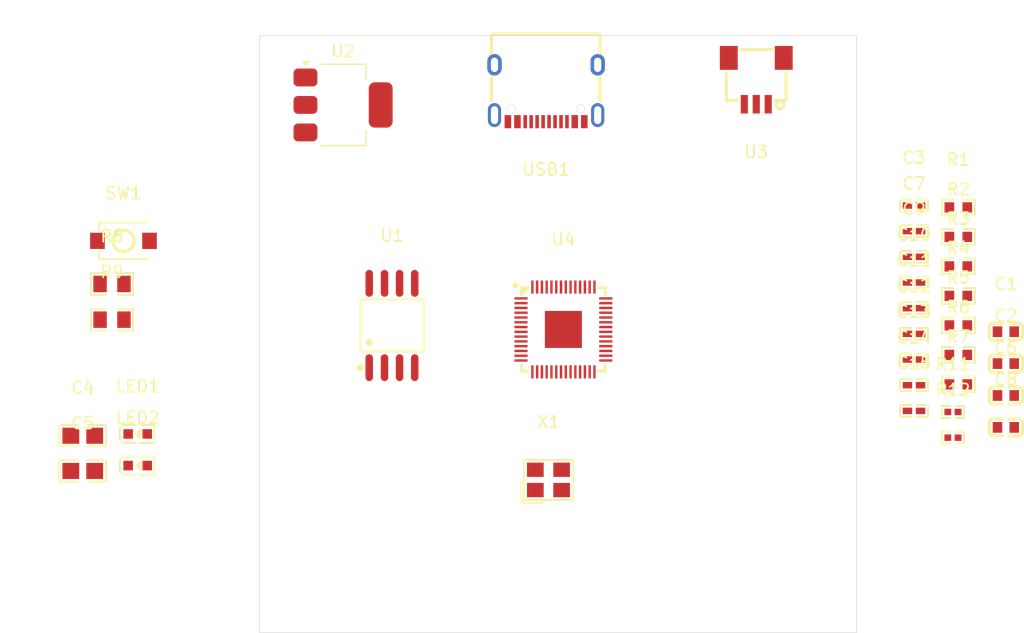
<source format=kicad_pcb>
(kicad_pcb (version 20240108) (generator "pcbnew") (generator_version "8.0")
  (layers (0 "F.Cu" signal) (31 "B.Cu" signal) (34 "B.Paste" user) (35 "F.Paste" user) (36 "B.SilkS" user "B.Silkscreen") (37 "F.SilkS" user "F.Silkscreen") (38 "B.Mask" user) (39 "F.Mask" user) (44 "Edge.Cuts" user))
  (net 0 "")
  (net 1 "+3V3")
  (net 2 "VBUS")
  (net 3 "GND")
  (net 5 "/QSPI_SS")
  (net 9 "/QSPI_SD1")
  (net 10 "Net-(U4-USB_DP)")
  (net 13 "/XIN")
  (net 14 "/QSPI_SD3")
  (net 17 "+1V1")
  (net 20 "Net-(U4-SWD)")
  (net 25 "/LED2")
  (net 29 "/QSPI_SD2")
  (net 33 "Net-(U4-USB_DM)")
  (net 34 "Net-(U4-SWCLK)")
  (net 35 "/QSPI_SD0")
  (net 37 "/QSPI_SCLK")
  (net 44 "/XOUT")
  (net 46 "/LED1")
  (net 48 "/USB_D+")
  (net 49 "/USB_D-")
  (net 50 "Net-(USB1-CC1)")
  (net 51 "Net-(USB1-CC2)")
  (net 53 "Net-(X1-OSC1)")
  (net 54 "Net-(LED1-A)")
  (net 55 "Net-(LED2-A)")
  (net 56 "Net-(R1-Pad1)")
  (net 57 "Net-(R6-Pad1)")
  (net 58 "Net-(R7-Pad1)")
  (footprint "project_lib:SW-SMD_L3.9-W3.0-P4.45" (layer "F.Cu") (at 88.61 67.18)
    (property "Reference" "SW1" (at 0 -4 0) (layer "F.SilkS"))
    (property "Value" "TS-1088-AR02016")
    (fp_line (start -2.03 -1.54) (end -2.03 -0.88) (stroke (width 0.15)) (layer "F.SilkS"))
    (fp_line (start -2.03 1.54) (end -2.03 0.88) (stroke (width 0.15)) (layer "F.SilkS"))
    (fp_line (start 2.03 -1.54) (end -2.03 -1.54) (stroke (width 0.15)) (layer "F.SilkS"))
    (fp_line (start 2.03 1.54) (end -2.03 1.54) (stroke (width 0.15)) (layer "F.SilkS"))
    (fp_circle (center 0 0) (end 0.9 0) (stroke (width 0.25)) (fill none) (layer "F.SilkS"))
    (pad "1" smd rect (at -2.18 0) (size 1.23 1.36) (layers "F.Cu" "F.Paste" "F.Mask") (net 3 "GND"))
    (pad "2" smd rect (at 2.18 0) (size 1.23 1.36) (layers "F.Cu" "F.Paste" "F.Mask") (net 56 "Net-(R1-Pad1)"))
  )
  (footprint "project_lib:LED0603-RD" (layer "F.Cu") (at 89.8 83.35)
    (property "Reference" "LED1" (at 0 -4 0) (layer "F.SilkS"))
    (property "Value" "KT-0603R")
    (fp_line (start -1.49 -0.45) (end -1.19 -0.75) (stroke (width 0.15)) (layer "F.SilkS"))
    (fp_line (start -1.49 -0.35) (end -1.49 -0.45) (stroke (width 0.15)) (layer "F.SilkS"))
    (fp_line (start -1.49 -0.35) (end -1.49 0.35) (stroke (width 0.15)) (layer "F.SilkS"))
    (fp_line (start -1.49 0.35) (end -1.49 0.45) (stroke (width 0.15)) (layer "F.SilkS"))
    (fp_line (start -1.49 0.45) (end -1.19 0.75) (stroke (width 0.15)) (layer "F.SilkS"))
    (fp_line (start -0.14 -0.75) (end -1.19 -0.75) (stroke (width 0.15)) (layer "F.SilkS"))
    (fp_line (start -0.14 0.75) (end -1.19 0.75) (stroke (width 0.15)) (layer "F.SilkS"))
    (fp_line (start 0.21 0.33) (end -0.12 0) (stroke (width 0.15)) (layer "F.SilkS"))
    (fp_line (start 0.22 -0.35) (end 0.22 -0.34) (stroke (width 0.15)) (layer "F.SilkS"))
    (fp_line (start 0.22 -0.35) (end 0.22 0.33) (stroke (width 0.15)) (layer "F.SilkS"))
    (fp_line (start 0.22 -0.34) (end -0.12 0) (stroke (width 0.15)) (layer "F.SilkS"))
    (fp_line (start 0.22 0) (end -0.12 0) (stroke (width 0.15)) (layer "F.SilkS"))
    (fp_line (start 0.22 0.33) (end 0.21 0.33) (stroke (width 0.15)) (layer "F.SilkS"))
    (fp_line (start 0.24 -0.75) (end 1.39 -0.75) (stroke (width 0.15)) (layer "F.SilkS"))
    (fp_line (start 0.24 0.75) (end 1.39 0.75) (stroke (width 0.15)) (layer "F.SilkS"))
    (fp_line (start 1.39 -0.75) (end 1.39 0.73) (stroke (width 0.15)) (layer "F.SilkS"))
    (pad "1" smd rect (at -0.8 0 90) (size 0.8 0.8) (layers "F.Cu" "F.Paste" "F.Mask") (net 3 "GND"))
    (pad "2" smd rect (at 0.8 0 90) (size 0.8 0.8) (layers "F.Cu" "F.Paste" "F.Mask") (net 54 "Net-(LED1-A)"))
  )
  (footprint "project_lib:C0603" (layer "F.Cu") (at 162.5 74.79)
    (property "Reference" "C1" (at 0 -4 0) (layer "F.SilkS"))
    (property "Value" "15p")
    (fp_line (start -1.39 0.4) (end -1.39 -0.4) (stroke (width 0.25)) (layer "F.SilkS"))
    (fp_line (start -0.28 -0.71) (end -1.08 -0.71) (stroke (width 0.25)) (layer "F.SilkS"))
    (fp_line (start -0.28 0.71) (end -1.08 0.71) (stroke (width 0.25)) (layer "F.SilkS"))
    (fp_line (start 0.28 -0.71) (end 1.08 -0.71) (stroke (width 0.25)) (layer "F.SilkS"))
    (fp_line (start 0.28 0.71) (end 1.08 0.71) (stroke (width 0.25)) (layer "F.SilkS"))
    (fp_line (start 1.39 -0.4) (end 1.39 0.4) (stroke (width 0.25)) (layer "F.SilkS"))
    (fp_arc (start -1.39 -0.4) (mid -1.299203 -0.619203) (end -1.08 -0.71) (stroke (width 0.25)) (layer "F.SilkS"))
    (fp_arc (start -1.08 0.71) (mid -1.299203 0.619203) (end -1.39 0.4) (stroke (width 0.25)) (layer "F.SilkS"))
    (fp_arc (start 1.08 -0.71) (mid 1.299203 -0.619203) (end 1.39 -0.4) (stroke (width 0.25)) (layer "F.SilkS"))
    (fp_arc (start 1.39 0.4) (mid 1.299203 0.619203) (end 1.08 0.71) (stroke (width 0.25)) (layer "F.SilkS"))
    (pad "1" smd rect (at -0.7 0) (size 0.8 0.9) (layers "F.Cu" "F.Paste" "F.Mask") (net 3 "GND"))
    (pad "2" smd rect (at 0.7 0) (size 0.8 0.9) (layers "F.Cu" "F.Paste" "F.Mask") (net 53 "Net-(X1-OSC1)"))
  )
  (footprint "project_lib:C0402" (layer "F.Cu") (at 154.81 77.12)
    (property "Reference" "C13" (at 0 -4 0) (layer "F.SilkS"))
    (property "Value" "100n")
    (fp_line (start -1.17 0.35) (end -1.17 -0.35) (stroke (width 0.15)) (layer "F.SilkS"))
    (fp_line (start -1.02 -0.5) (end -0.23 -0.5) (stroke (width 0.15)) (layer "F.SilkS"))
    (fp_line (start -0.23 0.5) (end -1.02 0.5) (stroke (width 0.15)) (layer "F.SilkS"))
    (fp_line (start 0.23 0.5) (end 1.02 0.5) (stroke (width 0.15)) (layer "F.SilkS"))
    (fp_line (start 1.02 -0.5) (end 0.23 -0.5) (stroke (width 0.15)) (layer "F.SilkS"))
    (fp_line (start 1.17 0.35) (end 1.17 -0.35) (stroke (width 0.15)) (layer "F.SilkS"))
    (fp_arc (start -1.17 -0.35) (mid -1.126066 -0.456066) (end -1.02 -0.5) (stroke (width 0.15)) (layer "F.SilkS"))
    (fp_arc (start -1.02 0.5) (mid -1.126066 0.456066) (end -1.17 0.35) (stroke (width 0.15)) (layer "F.SilkS"))
    (fp_arc (start 1.02 -0.5) (mid 1.126066 -0.456066) (end 1.17 -0.35) (stroke (width 0.15)) (layer "F.SilkS"))
    (fp_arc (start 1.17 0.35) (mid 1.126066 0.456066) (end 1.02 0.5) (stroke (width 0.15)) (layer "F.SilkS"))
    (pad "1" smd rect (at -0.55 0) (size 0.79 0.54) (layers "F.Cu" "F.Paste" "F.Mask") (net 3 "GND"))
    (pad "2" smd rect (at 0.55 0) (size 0.79 0.54) (layers "F.Cu" "F.Paste" "F.Mask") (net 1 "+3V3"))
  )
  (footprint "project_lib:C0402" (layer "F.Cu") (at 154.81 68.52)
    (property "Reference" "C9" (at 0 -4 0) (layer "F.SilkS"))
    (property "Value" "100n")
    (fp_line (start -1.17 0.35) (end -1.17 -0.35) (stroke (width 0.15)) (layer "F.SilkS"))
    (fp_line (start -1.02 -0.5) (end -0.23 -0.5) (stroke (width 0.15)) (layer "F.SilkS"))
    (fp_line (start -0.23 0.5) (end -1.02 0.5) (stroke (width 0.15)) (layer "F.SilkS"))
    (fp_line (start 0.23 0.5) (end 1.02 0.5) (stroke (width 0.15)) (layer "F.SilkS"))
    (fp_line (start 1.02 -0.5) (end 0.23 -0.5) (stroke (width 0.15)) (layer "F.SilkS"))
    (fp_line (start 1.17 0.35) (end 1.17 -0.35) (stroke (width 0.15)) (layer "F.SilkS"))
    (fp_arc (start -1.17 -0.35) (mid -1.126066 -0.456066) (end -1.02 -0.5) (stroke (width 0.15)) (layer "F.SilkS"))
    (fp_arc (start -1.02 0.5) (mid -1.126066 0.456066) (end -1.17 0.35) (stroke (width 0.15)) (layer "F.SilkS"))
    (fp_arc (start 1.02 -0.5) (mid 1.126066 -0.456066) (end 1.17 -0.35) (stroke (width 0.15)) (layer "F.SilkS"))
    (fp_arc (start 1.17 0.35) (mid 1.126066 0.456066) (end 1.02 0.5) (stroke (width 0.15)) (layer "F.SilkS"))
    (pad "1" smd rect (at -0.55 0) (size 0.79 0.54) (layers "F.Cu" "F.Paste" "F.Mask") (net 3 "GND"))
    (pad "2" smd rect (at 0.55 0) (size 0.79 0.54) (layers "F.Cu" "F.Paste" "F.Mask") (net 1 "+3V3"))
  )
  (footprint "project_lib:R0805" (layer "F.Cu") (at 87.65 73.78)
    (property "Reference" "R9" (at 0 -4 0) (layer "F.SilkS"))
    (property "Value" "27")
    (fp_line (start -1.76 -0.92) (end -0.48 -0.92) (stroke (width 0.15)) (layer "F.SilkS"))
    (fp_line (start -1.76 0.92) (end -1.76 -0.92) (stroke (width 0.15)) (layer "F.SilkS"))
    (fp_line (start -0.48 0.92) (end -1.76 0.92) (stroke (width 0.15)) (layer "F.SilkS"))
    (fp_line (start 0.48 0.92) (end 1.76 0.92) (stroke (width 0.15)) (layer "F.SilkS"))
    (fp_line (start 1.76 -0.92) (end 0.48 -0.92) (stroke (width 0.15)) (layer "F.SilkS"))
    (fp_line (start 1.76 0.92) (end 1.76 -0.92) (stroke (width 0.15)) (layer "F.SilkS"))
    (pad "1" smd rect (at -1 0) (size 1.13 1.38) (layers "F.Cu" "F.Paste" "F.Mask") (net 33 "Net-(U4-USB_DM)"))
    (pad "2" smd rect (at 1 0) (size 1.13 1.38) (layers "F.Cu" "F.Paste" "F.Mask") (net 49 "/USB_D-"))
  )
  (footprint "project_lib:R0603" (layer "F.Cu") (at 158.52 64.38)
    (property "Reference" "R1" (at 0 -4 0) (layer "F.SilkS"))
    (property "Value" "1k")
    (fp_line (start -1.39 -0.66) (end -0.43 -0.66) (stroke (width 0.15)) (layer "F.SilkS"))
    (fp_line (start -1.39 0.66) (end -1.39 -0.66) (stroke (width 0.15)) (layer "F.SilkS"))
    (fp_line (start -0.43 0.66) (end -1.39 0.66) (stroke (width 0.15)) (layer "F.SilkS"))
    (fp_line (start 0.43 0.66) (end 1.39 0.66) (stroke (width 0.15)) (layer "F.SilkS"))
    (fp_line (start 1.39 -0.66) (end 0.43 -0.66) (stroke (width 0.15)) (layer "F.SilkS"))
    (fp_line (start 1.39 0.66) (end 1.39 -0.66) (stroke (width 0.15)) (layer "F.SilkS"))
    (pad "1" smd rect (at -0.75 0) (size 0.81 0.86) (layers "F.Cu" "F.Paste" "F.Mask") (net 56 "Net-(R1-Pad1)"))
    (pad "2" smd rect (at 0.75 0) (size 0.81 0.86) (layers "F.Cu" "F.Paste" "F.Mask") (net 5 "/QSPI_SS"))
  )
  (footprint "project_lib:R0603" (layer "F.Cu") (at 158.52 76.73)
    (property "Reference" "R6" (at 0 -4 0) (layer "F.SilkS"))
    (property "Value" "100")
    (fp_line (start -1.39 -0.66) (end -0.43 -0.66) (stroke (width 0.15)) (layer "F.SilkS"))
    (fp_line (start -1.39 0.66) (end -1.39 -0.66) (stroke (width 0.15)) (layer "F.SilkS"))
    (fp_line (start -0.43 0.66) (end -1.39 0.66) (stroke (width 0.15)) (layer "F.SilkS"))
    (fp_line (start 0.43 0.66) (end 1.39 0.66) (stroke (width 0.15)) (layer "F.SilkS"))
    (fp_line (start 1.39 -0.66) (end 0.43 -0.66) (stroke (width 0.15)) (layer "F.SilkS"))
    (fp_line (start 1.39 0.66) (end 1.39 -0.66) (stroke (width 0.15)) (layer "F.SilkS"))
    (pad "1" smd rect (at -0.75 0) (size 0.81 0.86) (layers "F.Cu" "F.Paste" "F.Mask") (net 57 "Net-(R6-Pad1)"))
    (pad "2" smd rect (at 0.75 0) (size 0.81 0.86) (layers "F.Cu" "F.Paste" "F.Mask") (net 34 "Net-(U4-SWCLK)"))
  )
  (footprint "project_lib:R0603" (layer "F.Cu") (at 158.52 79.2)
    (property "Reference" "R7" (at 0 -4 0) (layer "F.SilkS"))
    (property "Value" "100")
    (fp_line (start -1.39 -0.66) (end -0.43 -0.66) (stroke (width 0.15)) (layer "F.SilkS"))
    (fp_line (start -1.39 0.66) (end -1.39 -0.66) (stroke (width 0.15)) (layer "F.SilkS"))
    (fp_line (start -0.43 0.66) (end -1.39 0.66) (stroke (width 0.15)) (layer "F.SilkS"))
    (fp_line (start 0.43 0.66) (end 1.39 0.66) (stroke (width 0.15)) (layer "F.SilkS"))
    (fp_line (start 1.39 -0.66) (end 0.43 -0.66) (stroke (width 0.15)) (layer "F.SilkS"))
    (fp_line (start 1.39 0.66) (end 1.39 -0.66) (stroke (width 0.15)) (layer "F.SilkS"))
    (pad "1" smd rect (at -0.75 0) (size 0.81 0.86) (layers "F.Cu" "F.Paste" "F.Mask") (net 58 "Net-(R7-Pad1)"))
    (pad "2" smd rect (at 0.75 0) (size 0.81 0.86) (layers "F.Cu" "F.Paste" "F.Mask") (net 20 "Net-(U4-SWD)"))
  )
  (footprint "project_lib:R0603" (layer "F.Cu") (at 158.52 69.32)
    (property "Reference" "R3" (at 0 -4 0) (layer "F.SilkS"))
    (property "Value" "1k")
    (fp_line (start -1.39 -0.66) (end -0.43 -0.66) (stroke (width 0.15)) (layer "F.SilkS"))
    (fp_line (start -1.39 0.66) (end -1.39 -0.66) (stroke (width 0.15)) (layer "F.SilkS"))
    (fp_line (start -0.43 0.66) (end -1.39 0.66) (stroke (width 0.15)) (layer "F.SilkS"))
    (fp_line (start 0.43 0.66) (end 1.39 0.66) (stroke (width 0.15)) (layer "F.SilkS"))
    (fp_line (start 1.39 -0.66) (end 0.43 -0.66) (stroke (width 0.15)) (layer "F.SilkS"))
    (fp_line (start 1.39 0.66) (end 1.39 -0.66) (stroke (width 0.15)) (layer "F.SilkS"))
    (pad "1" smd rect (at -0.75 0) (size 0.81 0.86) (layers "F.Cu" "F.Paste" "F.Mask") (net 5 "/QSPI_SS"))
    (pad "2" smd rect (at 0.75 0) (size 0.81 0.86) (layers "F.Cu" "F.Paste" "F.Mask") (net 1 "+3V3"))
  )
  (footprint "project_lib:C0805" (layer "F.Cu") (at 85.2 83.5)
    (property "Reference" "C4" (at 0 -4 0) (layer "F.SilkS"))
    (property "Value" "10u")
    (fp_line (start -1.96 0.75) (end -1.96 -0.75) (stroke (width 0.15)) (layer "F.SilkS"))
    (fp_line (start -1.81 -0.9) (end -0.4 -0.9) (stroke (width 0.15)) (layer "F.SilkS"))
    (fp_line (start -0.4 0.9) (end -1.81 0.9) (stroke (width 0.15)) (layer "F.SilkS"))
    (fp_line (start 0.4 0.9) (end 1.81 0.9) (stroke (width 0.15)) (layer "F.SilkS"))
    (fp_line (start 1.81 -0.9) (end 0.4 -0.9) (stroke (width 0.15)) (layer "F.SilkS"))
    (fp_line (start 1.96 0.75) (end 1.96 -0.75) (stroke (width 0.15)) (layer "F.SilkS"))
    (fp_arc (start -1.96 -0.75) (mid -1.916066 -0.856066) (end -1.81 -0.9) (stroke (width 0.15)) (layer "F.SilkS"))
    (fp_arc (start -1.81 0.9) (mid -1.916066 0.856066) (end -1.96 0.75) (stroke (width 0.15)) (layer "F.SilkS"))
    (fp_arc (start 1.81 -0.9) (mid 1.916066 -0.856066) (end 1.96 -0.75) (stroke (width 0.15)) (layer "F.SilkS"))
    (fp_arc (start 1.96 0.75) (mid 1.916066 0.856066) (end 1.81 0.9) (stroke (width 0.15)) (layer "F.SilkS"))
    (pad "1" smd rect (at -1 0) (size 1.41 1.35) (layers "F.Cu" "F.Paste" "F.Mask") (net 3 "GND"))
    (pad "2" smd rect (at 1 0) (size 1.41 1.35) (layers "F.Cu" "F.Paste" "F.Mask") (net 1 "+3V3"))
  )
  (footprint "project_lib:C0603" (layer "F.Cu") (at 162.5 77.46)
    (property "Reference" "C2" (at 0 -4 0) (layer "F.SilkS"))
    (property "Value" "15p")
    (fp_line (start -1.39 0.4) (end -1.39 -0.4) (stroke (width 0.25)) (layer "F.SilkS"))
    (fp_line (start -0.28 -0.71) (end -1.08 -0.71) (stroke (width 0.25)) (layer "F.SilkS"))
    (fp_line (start -0.28 0.71) (end -1.08 0.71) (stroke (width 0.25)) (layer "F.SilkS"))
    (fp_line (start 0.28 -0.71) (end 1.08 -0.71) (stroke (width 0.25)) (layer "F.SilkS"))
    (fp_line (start 0.28 0.71) (end 1.08 0.71) (stroke (width 0.25)) (layer "F.SilkS"))
    (fp_line (start 1.39 -0.4) (end 1.39 0.4) (stroke (width 0.25)) (layer "F.SilkS"))
    (fp_arc (start -1.39 -0.4) (mid -1.299203 -0.619203) (end -1.08 -0.71) (stroke (width 0.25)) (layer "F.SilkS"))
    (fp_arc (start -1.08 0.71) (mid -1.299203 0.619203) (end -1.39 0.4) (stroke (width 0.25)) (layer "F.SilkS"))
    (fp_arc (start 1.08 -0.71) (mid 1.299203 -0.619203) (end 1.39 -0.4) (stroke (width 0.25)) (layer "F.SilkS"))
    (fp_arc (start 1.39 0.4) (mid 1.299203 0.619203) (end 1.08 0.71) (stroke (width 0.25)) (layer "F.SilkS"))
    (pad "1" smd rect (at -0.7 0) (size 0.8 0.9) (layers "F.Cu" "F.Paste" "F.Mask") (net 3 "GND"))
    (pad "2" smd rect (at 0.7 0) (size 0.8 0.9) (layers "F.Cu" "F.Paste" "F.Mask") (net 13 "/XIN"))
  )
  (footprint "project_lib:R0402" (layer "F.Cu") (at 158.07 83.66)
    (property "Reference" "R12" (at 0 -4 0) (layer "F.SilkS"))
    (property "Value" "470")
    (fp_line (start -0.94 -0.5) (end -0.23 -0.5) (stroke (width 0.15)) (layer "F.SilkS"))
    (fp_line (start -0.94 0.5) (end -0.94 -0.5) (stroke (width 0.15)) (layer "F.SilkS"))
    (fp_line (start -0.23 0.5) (end -0.94 0.5) (stroke (width 0.15)) (layer "F.SilkS"))
    (fp_line (start 0.23 0.5) (end 0.94 0.5) (stroke (width 0.15)) (layer "F.SilkS"))
    (fp_line (start 0.94 -0.5) (end 0.23 -0.5) (stroke (width 0.15)) (layer "F.SilkS"))
    (fp_line (start 0.94 0.5) (end 0.94 -0.5) (stroke (width 0.15)) (layer "F.SilkS"))
    (pad "1" smd rect (at -0.43 0) (size 0.57 0.54) (layers "F.Cu" "F.Paste" "F.Mask") (net 25 "/LED2"))
    (pad "2" smd rect (at 0.43 0) (size 0.57 0.54) (layers "F.Cu" "F.Paste" "F.Mask") (net 55 "Net-(LED2-A)"))
  )
  (footprint "project_lib:C0402" (layer "F.Cu") (at 154.81 81.42)
    (property "Reference" "C15" (at 0 -4 0) (layer "F.SilkS"))
    (property "Value" "100n")
    (fp_line (start -1.17 0.35) (end -1.17 -0.35) (stroke (width 0.15)) (layer "F.SilkS"))
    (fp_line (start -1.02 -0.5) (end -0.23 -0.5) (stroke (width 0.15)) (layer "F.SilkS"))
    (fp_line (start -0.23 0.5) (end -1.02 0.5) (stroke (width 0.15)) (layer "F.SilkS"))
    (fp_line (start 0.23 0.5) (end 1.02 0.5) (stroke (width 0.15)) (layer "F.SilkS"))
    (fp_line (start 1.02 -0.5) (end 0.23 -0.5) (stroke (width 0.15)) (layer "F.SilkS"))
    (fp_line (start 1.17 0.35) (end 1.17 -0.35) (stroke (width 0.15)) (layer "F.SilkS"))
    (fp_arc (start -1.17 -0.35) (mid -1.126066 -0.456066) (end -1.02 -0.5) (stroke (width 0.15)) (layer "F.SilkS"))
    (fp_arc (start -1.02 0.5) (mid -1.126066 0.456066) (end -1.17 0.35) (stroke (width 0.15)) (layer "F.SilkS"))
    (fp_arc (start 1.02 -0.5) (mid 1.126066 -0.456066) (end 1.17 -0.35) (stroke (width 0.15)) (layer "F.SilkS"))
    (fp_arc (start 1.17 0.35) (mid 1.126066 0.456066) (end 1.02 0.5) (stroke (width 0.15)) (layer "F.SilkS"))
    (pad "1" smd rect (at -0.55 0) (size 0.79 0.54) (layers "F.Cu" "F.Paste" "F.Mask") (net 3 "GND"))
    (pad "2" smd rect (at 0.55 0) (size 0.79 0.54) (layers "F.Cu" "F.Paste" "F.Mask") (net 1 "+3V3"))
  )
  (footprint "project_lib:C0402" (layer "F.Cu") (at 154.81 70.67)
    (property "Reference" "C10" (at 0 -4 0) (layer "F.SilkS"))
    (property "Value" "100n")
    (fp_line (start -1.17 0.35) (end -1.17 -0.35) (stroke (width 0.15)) (layer "F.SilkS"))
    (fp_line (start -1.02 -0.5) (end -0.23 -0.5) (stroke (width 0.15)) (layer "F.SilkS"))
    (fp_line (start -0.23 0.5) (end -1.02 0.5) (stroke (width 0.15)) (layer "F.SilkS"))
    (fp_line (start 0.23 0.5) (end 1.02 0.5) (stroke (width 0.15)) (layer "F.SilkS"))
    (fp_line (start 1.02 -0.5) (end 0.23 -0.5) (stroke (width 0.15)) (layer "F.SilkS"))
    (fp_line (start 1.17 0.35) (end 1.17 -0.35) (stroke (width 0.15)) (layer "F.SilkS"))
    (fp_arc (start -1.17 -0.35) (mid -1.126066 -0.456066) (end -1.02 -0.5) (stroke (width 0.15)) (layer "F.SilkS"))
    (fp_arc (start -1.02 0.5) (mid -1.126066 0.456066) (end -1.17 0.35) (stroke (width 0.15)) (layer "F.SilkS"))
    (fp_arc (start 1.02 -0.5) (mid 1.126066 -0.456066) (end 1.17 -0.35) (stroke (width 0.15)) (layer "F.SilkS"))
    (fp_arc (start 1.17 0.35) (mid 1.126066 0.456066) (end 1.02 0.5) (stroke (width 0.15)) (layer "F.SilkS"))
    (pad "1" smd rect (at -0.55 0) (size 0.79 0.54) (layers "F.Cu" "F.Paste" "F.Mask") (net 3 "GND"))
    (pad "2" smd rect (at 0.55 0) (size 0.79 0.54) (layers "F.Cu" "F.Paste" "F.Mask") (net 1 "+3V3"))
  )
  (footprint "project_lib:SOIC-8_L5.3-W5.3-P1.27-LS8.0-BL" (layer "F.Cu") (at 111.1 74.27)
    (property "Reference" "U1" (at 0 -7.53 0) (layer "F.SilkS"))
    (property "Value" "W25Q128JVSIQTR")
    (fp_line (start -2.64 -2.18) (end 2.64 -2.18) (stroke (width 0.15)) (layer "F.SilkS"))
    (fp_line (start -2.64 2.18) (end -2.64 -2.18) (stroke (width 0.15)) (layer "F.SilkS"))
    (fp_line (start 2.64 -2.18) (end 2.64 2.18) (stroke (width 0.15)) (layer "F.SilkS"))
    (fp_line (start 2.64 2.18) (end -2.64 2.18) (stroke (width 0.15)) (layer "F.SilkS"))
    (fp_circle (center -2.67 3.53) (end -2.52 3.53) (stroke (width 0.3)) (fill none) (layer "F.SilkS"))
    (fp_circle (center -1.91 1.42) (end -1.76 1.42) (stroke (width 0.3)) (fill none) (layer "F.SilkS"))
    (pad "1" smd oval (at -1.91 3.53) (size 0.63 2.25) (layers "F.Cu" "F.Paste" "F.Mask") (net 5 "/QSPI_SS"))
    (pad "2" smd oval (at -0.63 3.53) (size 0.63 2.25) (layers "F.Cu" "F.Paste" "F.Mask") (net 9 "/QSPI_SD1"))
    (pad "3" smd oval (at 0.63 3.53) (size 0.63 2.25) (layers "F.Cu" "F.Paste" "F.Mask") (net 29 "/QSPI_SD2"))
    (pad "4" smd oval (at 1.9 3.53) (size 0.63 2.25) (layers "F.Cu" "F.Paste" "F.Mask") (net 3 "GND"))
    (pad "5" smd oval (at 1.9 -3.53) (size 0.63 2.25) (layers "F.Cu" "F.Paste" "F.Mask") (net 35 "/QSPI_SD0"))
    (pad "6" smd oval (at 0.63 -3.53) (size 0.63 2.25) (layers "F.Cu" "F.Paste" "F.Mask") (net 37 "/QSPI_SCLK"))
    (pad "7" smd oval (at -0.63 -3.53) (size 0.63 2.25) (layers "F.Cu" "F.Paste" "F.Mask") (net 14 "/QSPI_SD3"))
    (pad "8" smd oval (at -1.91 -3.53) (size 0.63 2.25) (layers "F.Cu" "F.Paste" "F.Mask") (net 1 "+3V3"))
  )
  (footprint "project_lib:C0805" (layer "F.Cu") (at 85.2 86.45)
    (property "Reference" "C5" (at 0 -4 0) (layer "F.SilkS"))
    (property "Value" "10u")
    (fp_line (start -1.96 0.75) (end -1.96 -0.75) (stroke (width 0.15)) (layer "F.SilkS"))
    (fp_line (start -1.81 -0.9) (end -0.4 -0.9) (stroke (width 0.15)) (layer "F.SilkS"))
    (fp_line (start -0.4 0.9) (end -1.81 0.9) (stroke (width 0.15)) (layer "F.SilkS"))
    (fp_line (start 0.4 0.9) (end 1.81 0.9) (stroke (width 0.15)) (layer "F.SilkS"))
    (fp_line (start 1.81 -0.9) (end 0.4 -0.9) (stroke (width 0.15)) (layer "F.SilkS"))
    (fp_line (start 1.96 0.75) (end 1.96 -0.75) (stroke (width 0.15)) (layer "F.SilkS"))
    (fp_arc (start -1.96 -0.75) (mid -1.916066 -0.856066) (end -1.81 -0.9) (stroke (width 0.15)) (layer "F.SilkS"))
    (fp_arc (start -1.81 0.9) (mid -1.916066 0.856066) (end -1.96 0.75) (stroke (width 0.15)) (layer "F.SilkS"))
    (fp_arc (start 1.81 -0.9) (mid 1.916066 -0.856066) (end 1.96 -0.75) (stroke (width 0.15)) (layer "F.SilkS"))
    (fp_arc (start 1.96 0.75) (mid 1.916066 0.856066) (end 1.81 0.9) (stroke (width 0.15)) (layer "F.SilkS"))
    (pad "1" smd rect (at -1 0) (size 1.41 1.35) (layers "F.Cu" "F.Paste" "F.Mask") (net 3 "GND"))
    (pad "2" smd rect (at 1 0) (size 1.41 1.35) (layers "F.Cu" "F.Paste" "F.Mask") (net 2 "VBUS"))
  )
  (footprint "project_lib:R0603" (layer "F.Cu") (at 158.52 71.79)
    (property "Reference" "R4" (at 0 -4 0) (layer "F.SilkS"))
    (property "Value" "5k1")
    (fp_line (start -1.39 -0.66) (end -0.43 -0.66) (stroke (width 0.15)) (layer "F.SilkS"))
    (fp_line (start -1.39 0.66) (end -1.39 -0.66) (stroke (width 0.15)) (layer "F.SilkS"))
    (fp_line (start -0.43 0.66) (end -1.39 0.66) (stroke (width 0.15)) (layer "F.SilkS"))
    (fp_line (start 0.43 0.66) (end 1.39 0.66) (stroke (width 0.15)) (layer "F.SilkS"))
    (fp_line (start 1.39 -0.66) (end 0.43 -0.66) (stroke (width 0.15)) (layer "F.SilkS"))
    (fp_line (start 1.39 0.66) (end 1.39 -0.66) (stroke (width 0.15)) (layer "F.SilkS"))
    (pad "1" smd rect (at -0.75 0) (size 0.81 0.86) (layers "F.Cu" "F.Paste" "F.Mask") (net 3 "GND"))
    (pad "2" smd rect (at 0.75 0) (size 0.81 0.86) (layers "F.Cu" "F.Paste" "F.Mask") (net 50 "Net-(USB1-CC1)"))
  )
  (footprint "project_lib:LQFN-56_L7.0-W7.0-P0.4-EP" (layer "F.Cu") (at 125.45 74.6)
    (property "Reference" "U4" (at 0 -7.55 0) (layer "F.SilkS"))
    (property "Value" "RP2040")
    (fp_line (start -3.5 -3.5) (end -2.93 -3.5) (stroke (width 0.25)) (layer "F.SilkS"))
    (fp_line (start -3.5 -2.93) (end -3.5 -3.5) (stroke (width 0.25)) (layer "F.SilkS"))
    (fp_line (start -3.5 -2.93) (end -2.93 -3.5) (stroke (width 0.25)) (layer "F.SilkS"))
    (fp_line (start -3.5 3.5) (end -3.5 2.93) (stroke (width 0.25)) (layer "F.SilkS"))
    (fp_line (start -3.4 3.5) (end -3.5 3.5) (stroke (width 0.25)) (layer "F.SilkS"))
    (fp_line (start -3.24 -3.5) (end -3.24 -3.4) (stroke (width 0.25)) (layer "F.SilkS"))
    (fp_line (start -3.24 -3.4) (end -3.5 -3.14) (stroke (width 0.25)) (layer "F.SilkS"))
    (fp_line (start -2.93 3.5) (end -3.4 3.5) (stroke (width 0.25)) (layer "F.SilkS"))
    (fp_line (start 2.93 -3.5) (end 3.5 -3.5) (stroke (width 0.25)) (layer "F.SilkS"))
    (fp_line (start 3.5 -3.5) (end 3.5 -2.93) (stroke (width 0.25)) (layer "F.SilkS"))
    (fp_line (start 3.5 2.93) (end 3.5 3.5) (stroke (width 0.25)) (layer "F.SilkS"))
    (fp_line (start 3.5 3.5) (end 2.93 3.5) (stroke (width 0.25)) (layer "F.SilkS"))
    (fp_circle (center -4 -3.7) (end -3.87 -3.7) (stroke (width 0.25)) (fill none) (layer "F.SilkS"))
    (pad "1" smd rect (at -3.55 -2.6) (size 1.1 0.2) (layers "F.Cu" "F.Paste" "F.Mask") (net 1 "+3V3"))
    (pad "2" smd rect (at -3.55 -2.2) (size 1.1 0.2) (layers "F.Cu" "F.Paste" "F.Mask"))
    (pad "3" smd rect (at -3.55 -1.8) (size 1.1 0.2) (layers "F.Cu" "F.Paste" "F.Mask"))
    (pad "4" smd rect (at -3.55 -1.4) (size 1.1 0.2) (layers "F.Cu" "F.Paste" "F.Mask"))
    (pad "5" smd rect (at -3.55 -1) (size 1.1 0.2) (layers "F.Cu" "F.Paste" "F.Mask"))
    (pad "6" smd rect (at -3.55 -0.6) (size 1.1 0.2) (layers "F.Cu" "F.Paste" "F.Mask"))
    (pad "7" smd rect (at -3.55 -0.2) (size 1.1 0.2) (layers "F.Cu" "F.Paste" "F.Mask"))
    (pad "8" smd rect (at -3.55 0.2) (size 1.1 0.2) (layers "F.Cu" "F.Paste" "F.Mask"))
    (pad "9" smd rect (at -3.55 0.6) (size 1.1 0.2) (layers "F.Cu" "F.Paste" "F.Mask"))
    (pad "10" smd rect (at -3.55 1) (size 1.1 0.2) (layers "F.Cu" "F.Paste" "F.Mask") (net 1 "+3V3"))
    (pad "11" smd rect (at -3.55 1.4) (size 1.1 0.2) (layers "F.Cu" "F.Paste" "F.Mask"))
    (pad "12" smd rect (at -3.55 1.8) (size 1.1 0.2) (layers "F.Cu" "F.Paste" "F.Mask"))
    (pad "13" smd rect (at -3.55 2.2) (size 1.1 0.2) (layers "F.Cu" "F.Paste" "F.Mask"))
    (pad "14" smd rect (at -3.55 2.6) (size 1.1 0.2) (layers "F.Cu" "F.Paste" "F.Mask"))
    (pad "15" smd rect (at -2.6 3.55 90) (size 1.1 0.2) (layers "F.Cu" "F.Paste" "F.Mask"))
    (pad "16" smd rect (at -2.2 3.55 90) (size 1.1 0.2) (layers "F.Cu" "F.Paste" "F.Mask"))
    (pad "17" smd rect (at -1.8 3.55 90) (size 1.1 0.2) (layers "F.Cu" "F.Paste" "F.Mask"))
    (pad "18" smd rect (at -1.4 3.55 90) (size 1.1 0.2) (layers "F.Cu" "F.Paste" "F.Mask"))
    (pad "19" smd rect (at -1 3.55 90) (size 1.1 0.2) (layers "F.Cu" "F.Paste" "F.Mask") (net 3 "GND"))
    (pad "20" smd rect (at -0.6 3.55 90) (size 1.1 0.2) (layers "F.Cu" "F.Paste" "F.Mask") (net 13 "/XIN"))
    (pad "21" smd rect (at -0.2 3.55 90) (size 1.1 0.2) (layers "F.Cu" "F.Paste" "F.Mask") (net 44 "/XOUT"))
    (pad "22" smd rect (at 0.2 3.55 90) (size 1.1 0.2) (layers "F.Cu" "F.Paste" "F.Mask") (net 1 "+3V3"))
    (pad "23" smd rect (at 0.6 3.55 90) (size 1.1 0.2) (layers "F.Cu" "F.Paste" "F.Mask") (net 17 "+1V1"))
    (pad "24" smd rect (at 1 3.55 90) (size 1.1 0.2) (layers "F.Cu" "F.Paste" "F.Mask") (net 34 "Net-(U4-SWCLK)"))
    (pad "25" smd rect (at 1.4 3.55 90) (size 1.1 0.2) (layers "F.Cu" "F.Paste" "F.Mask") (net 20 "Net-(U4-SWD)"))
    (pad "26" smd rect (at 1.8 3.55 90) (size 1.1 0.2) (layers "F.Cu" "F.Paste" "F.Mask") (net 1 "+3V3"))
    (pad "27" smd rect (at 2.2 3.55 90) (size 1.1 0.2) (layers "F.Cu" "F.Paste" "F.Mask"))
    (pad "28" smd rect (at 2.6 3.55 90) (size 1.1 0.2) (layers "F.Cu" "F.Paste" "F.Mask"))
    (pad "29" smd rect (at 3.55 2.6 180) (size 1.1 0.2) (layers "F.Cu" "F.Paste" "F.Mask"))
    (pad "30" smd rect (at 3.55 2.2 180) (size 1.1 0.2) (layers "F.Cu" "F.Paste" "F.Mask"))
    (pad "31" smd rect (at 3.55 1.8 180) (size 1.1 0.2) (layers "F.Cu" "F.Paste" "F.Mask"))
    (pad "32" smd rect (at 3.55 1.4 180) (size 1.1 0.2) (layers "F.Cu" "F.Paste" "F.Mask"))
    (pad "33" smd rect (at 3.55 1 180) (size 1.1 0.2) (layers "F.Cu" "F.Paste" "F.Mask") (net 1 "+3V3"))
    (pad "34" smd rect (at 3.55 0.6 180) (size 1.1 0.2) (layers "F.Cu" "F.Paste" "F.Mask"))
    (pad "35" smd rect (at 3.55 0.2 180) (size 1.1 0.2) (layers "F.Cu" "F.Paste" "F.Mask"))
    (pad "36" smd rect (at 3.55 -0.2 180) (size 1.1 0.2) (layers "F.Cu" "F.Paste" "F.Mask") (net 25 "/LED2"))
    (pad "37" smd rect (at 3.55 -0.6 180) (size 1.1 0.2) (layers "F.Cu" "F.Paste" "F.Mask") (net 46 "/LED1"))
    (pad "38" smd rect (at 3.55 -1 180) (size 1.1 0.2) (layers "F.Cu" "F.Paste" "F.Mask"))
    (pad "39" smd rect (at 3.55 -1.4 180) (size 1.1 0.2) (layers "F.Cu" "F.Paste" "F.Mask"))
    (pad "40" smd rect (at 3.55 -1.8 180) (size 1.1 0.2) (layers "F.Cu" "F.Paste" "F.Mask"))
    (pad "41" smd rect (at 3.55 -2.2 180) (size 1.1 0.2) (layers "F.Cu" "F.Paste" "F.Mask"))
    (pad "42" smd rect (at 3.55 -2.6 180) (size 1.1 0.2) (layers "F.Cu" "F.Paste" "F.Mask") (net 1 "+3V3"))
    (pad "43" smd rect (at 2.6 -3.55 270) (size 1.1 0.2) (layers "F.Cu" "F.Paste" "F.Mask") (net 1 "+3V3"))
    (pad "44" smd rect (at 2.2 -3.55 270) (size 1.1 0.2) (layers "F.Cu" "F.Paste" "F.Mask") (net 1 "+3V3"))
    (pad "45" smd rect (at 1.8 -3.55 270) (size 1.1 0.2) (layers "F.Cu" "F.Paste" "F.Mask") (net 17 "+1V1"))
    (pad "46" smd rect (at 1.4 -3.55 270) (size 1.1 0.2) (layers "F.Cu" "F.Paste" "F.Mask") (net 33 "Net-(U4-USB_DM)"))
    (pad "47" smd rect (at 1 -3.55 270) (size 1.1 0.2) (layers "F.Cu" "F.Paste" "F.Mask") (net 10 "Net-(U4-USB_DP)"))
    (pad "48" smd rect (at 0.6 -3.55 270) (size 1.1 0.2) (layers "F.Cu" "F.Paste" "F.Mask") (net 1 "+3V3"))
    (pad "49" smd rect (at 0.2 -3.55 270) (size 1.1 0.2) (layers "F.Cu" "F.Paste" "F.Mask") (net 1 "+3V3"))
    (pad "50" smd rect (at -0.2 -3.55 270) (size 1.1 0.2) (layers "F.Cu" "F.Paste" "F.Mask") (net 17 "+1V1"))
    (pad "51" smd rect (at -0.6 -3.55 270) (size 1.1 0.2) (layers "F.Cu" "F.Paste" "F.Mask") (net 14 "/QSPI_SD3"))
    (pad "52" smd rect (at -1 -3.55 270) (size 1.1 0.2) (layers "F.Cu" "F.Paste" "F.Mask") (net 37 "/QSPI_SCLK"))
    (pad "53" smd rect (at -1.4 -3.55 270) (size 1.1 0.2) (layers "F.Cu" "F.Paste" "F.Mask") (net 35 "/QSPI_SD0"))
    (pad "54" smd rect (at -1.8 -3.55 270) (size 1.1 0.2) (layers "F.Cu" "F.Paste" "F.Mask") (net 29 "/QSPI_SD2"))
    (pad "55" smd rect (at -2.2 -3.55 270) (size 1.1 0.2) (layers "F.Cu" "F.Paste" "F.Mask") (net 9 "/QSPI_SD1"))
    (pad "56" smd rect (at -2.6 -3.55 270) (size 1.1 0.2) (layers "F.Cu" "F.Paste" "F.Mask") (net 5 "/QSPI_SS"))
    (pad "57" smd rect (at 0 0) (size 3.1 3.1) (layers "F.Cu" "F.Paste" "F.Mask") (net 3 "GND"))
  )
  (footprint "project_lib:CRYSTAL-SMD_4P-L3.2-W2.5-BL" (layer "F.Cu") (at 124.2 87.2)
    (property "Reference" "X1" (at 0 -4.85 0) (layer "F.SilkS"))
    (property "Value" "X322512MSB4SI")
    (fp_line (start -2.26 0.25) (end -2.26 1.91) (stroke (width 0.15)) (layer "F.SilkS"))
    (fp_line (start -2.26 1.91) (end -0.4 1.91) (stroke (width 0.15)) (layer "F.SilkS"))
    (fp_line (start -2.03 -1.68) (end 2.03 -1.68) (stroke (width 0.15)) (layer "F.SilkS"))
    (fp_line (start -2.03 1.68) (end -2.03 -1.68) (stroke (width 0.15)) (layer "F.SilkS"))
    (fp_line (start 2.03 -1.68) (end 2.03 1.68) (stroke (width 0.15)) (layer "F.SilkS"))
    (fp_line (start 2.03 1.68) (end -2.03 1.68) (stroke (width 0.15)) (layer "F.SilkS"))
    (pad "1" smd rect (at -1.1 0.85) (size 1.4 1.2) (layers "F.Cu" "F.Paste" "F.Mask") (net 53 "Net-(X1-OSC1)"))
    (pad "2" smd rect (at 1.1 0.85) (size 1.4 1.2) (layers "F.Cu" "F.Paste" "F.Mask") (net 3 "GND"))
    (pad "3" smd rect (at 1.1 -0.85) (size 1.4 1.2) (layers "F.Cu" "F.Paste" "F.Mask") (net 13 "/XIN"))
    (pad "4" smd rect (at -1.1 -0.85) (size 1.4 1.2) (layers "F.Cu" "F.Paste" "F.Mask") (net 3 "GND"))
  )
  (footprint "project_lib:C0402" (layer "F.Cu") (at 154.81 79.27)
    (property "Reference" "C14" (at 0 -4 0) (layer "F.SilkS"))
    (property "Value" "100n")
    (fp_line (start -1.17 0.35) (end -1.17 -0.35) (stroke (width 0.15)) (layer "F.SilkS"))
    (fp_line (start -1.02 -0.5) (end -0.23 -0.5) (stroke (width 0.15)) (layer "F.SilkS"))
    (fp_line (start -0.23 0.5) (end -1.02 0.5) (stroke (width 0.15)) (layer "F.SilkS"))
    (fp_line (start 0.23 0.5) (end 1.02 0.5) (stroke (width 0.15)) (layer "F.SilkS"))
    (fp_line (start 1.02 -0.5) (end 0.23 -0.5) (stroke (width 0.15)) (layer "F.SilkS"))
    (fp_line (start 1.17 0.35) (end 1.17 -0.35) (stroke (width 0.15)) (layer "F.SilkS"))
    (fp_arc (start -1.17 -0.35) (mid -1.126066 -0.456066) (end -1.02 -0.5) (stroke (width 0.15)) (layer "F.SilkS"))
    (fp_arc (start -1.02 0.5) (mid -1.126066 0.456066) (end -1.17 0.35) (stroke (width 0.15)) (layer "F.SilkS"))
    (fp_arc (start 1.02 -0.5) (mid 1.126066 -0.456066) (end 1.17 -0.35) (stroke (width 0.15)) (layer "F.SilkS"))
    (fp_arc (start 1.17 0.35) (mid 1.126066 0.456066) (end 1.02 0.5) (stroke (width 0.15)) (layer "F.SilkS"))
    (pad "1" smd rect (at -0.55 0) (size 0.79 0.54) (layers "F.Cu" "F.Paste" "F.Mask") (net 3 "GND"))
    (pad "2" smd rect (at 0.55 0) (size 0.79 0.54) (layers "F.Cu" "F.Paste" "F.Mask") (net 1 "+3V3"))
  )
  (footprint "project_lib:LED0603-RD-YELLOW" (layer "F.Cu") (at 89.8 86)
    (property "Reference" "LED2" (at 0 -4 0) (layer "F.SilkS"))
    (property "Value" "19-213/Y2C-CQ2R2L/3T(CY)")
    (fp_line (start -1.49 -0.45) (end -1.19 -0.75) (stroke (width 0.15)) (layer "F.SilkS"))
    (fp_line (start -1.49 -0.35) (end -1.49 -0.45) (stroke (width 0.15)) (layer "F.SilkS"))
    (fp_line (start -1.49 -0.35) (end -1.49 0.35) (stroke (width 0.15)) (layer "F.SilkS"))
    (fp_line (start -1.49 0.35) (end -1.49 0.45) (stroke (width 0.15)) (layer "F.SilkS"))
    (fp_line (start -1.49 0.45) (end -1.19 0.75) (stroke (width 0.15)) (layer "F.SilkS"))
    (fp_line (start -0.14 -0.75) (end -1.19 -0.75) (stroke (width 0.15)) (layer "F.SilkS"))
    (fp_line (start -0.14 0.75) (end -1.19 0.75) (stroke (width 0.15)) (layer "F.SilkS"))
    (fp_line (start 0.21 0.33) (end -0.12 0) (stroke (width 0.15)) (layer "F.SilkS"))
    (fp_line (start 0.22 -0.35) (end 0.22 -0.34) (stroke (width 0.15)) (layer "F.SilkS"))
    (fp_line (start 0.22 -0.35) (end 0.22 0.33) (stroke (width 0.15)) (layer "F.SilkS"))
    (fp_line (start 0.22 -0.34) (end -0.12 0) (stroke (width 0.15)) (layer "F.SilkS"))
    (fp_line (start 0.22 0) (end -0.12 0) (stroke (width 0.15)) (layer "F.SilkS"))
    (fp_line (start 0.22 0.33) (end 0.21 0.33) (stroke (width 0.15)) (layer "F.SilkS"))
    (fp_line (start 0.24 -0.75) (end 1.39 -0.75) (stroke (width 0.15)) (layer "F.SilkS"))
    (fp_line (start 0.24 0.75) (end 1.39 0.75) (stroke (width 0.15)) (layer "F.SilkS"))
    (fp_line (start 1.39 -0.75) (end 1.39 0.73) (stroke (width 0.15)) (layer "F.SilkS"))
    (pad "1" smd rect (at -0.8 0 90) (size 0.8 0.8) (layers "F.Cu" "F.Paste" "F.Mask") (net 3 "GND"))
    (pad "2" smd rect (at 0.8 0 90) (size 0.8 0.8) (layers "F.Cu" "F.Paste" "F.Mask") (net 55 "Net-(LED2-A)"))
  )
  (footprint "project_lib:C0603" (layer "F.Cu") (at 162.5 82.8)
    (property "Reference" "C8" (at 0 -4 0) (layer "F.SilkS"))
    (property "Value" "1u")
    (fp_line (start -1.39 0.4) (end -1.39 -0.4) (stroke (width 0.25)) (layer "F.SilkS"))
    (fp_line (start -0.28 -0.71) (end -1.08 -0.71) (stroke (width 0.25)) (layer "F.SilkS"))
    (fp_line (start -0.28 0.71) (end -1.08 0.71) (stroke (width 0.25)) (layer "F.SilkS"))
    (fp_line (start 0.28 -0.71) (end 1.08 -0.71) (stroke (width 0.25)) (layer "F.SilkS"))
    (fp_line (start 0.28 0.71) (end 1.08 0.71) (stroke (width 0.25)) (layer "F.SilkS"))
    (fp_line (start 1.39 -0.4) (end 1.39 0.4) (stroke (width 0.25)) (layer "F.SilkS"))
    (fp_arc (start -1.39 -0.4) (mid -1.299203 -0.619203) (end -1.08 -0.71) (stroke (width 0.25)) (layer "F.SilkS"))
    (fp_arc (start -1.08 0.71) (mid -1.299203 0.619203) (end -1.39 0.4) (stroke (width 0.25)) (layer "F.SilkS"))
    (fp_arc (start 1.08 -0.71) (mid 1.299203 -0.619203) (end 1.39 -0.4) (stroke (width 0.25)) (layer "F.SilkS"))
    (fp_arc (start 1.39 0.4) (mid 1.299203 0.619203) (end 1.08 0.71) (stroke (width 0.25)) (layer "F.SilkS"))
    (pad "1" smd rect (at -0.7 0) (size 0.8 0.9) (layers "F.Cu" "F.Paste" "F.Mask") (net 3 "GND"))
    (pad "2" smd rect (at 0.7 0) (size 0.8 0.9) (layers "F.Cu" "F.Paste" "F.Mask") (net 1 "+3V3"))
  )
  (footprint "project_lib:R0603" (layer "F.Cu") (at 158.52 66.85)
    (property "Reference" "R2" (at 0 -4 0) (layer "F.SilkS"))
    (property "Value" "1k")
    (fp_line (start -1.39 -0.66) (end -0.43 -0.66) (stroke (width 0.15)) (layer "F.SilkS"))
    (fp_line (start -1.39 0.66) (end -1.39 -0.66) (stroke (width 0.15)) (layer "F.SilkS"))
    (fp_line (start -0.43 0.66) (end -1.39 0.66) (stroke (width 0.15)) (layer "F.SilkS"))
    (fp_line (start 0.43 0.66) (end 1.39 0.66) (stroke (width 0.15)) (layer "F.SilkS"))
    (fp_line (start 1.39 -0.66) (end 0.43 -0.66) (stroke (width 0.15)) (layer "F.SilkS"))
    (fp_line (start 1.39 0.66) (end 1.39 -0.66) (stroke (width 0.15)) (layer "F.SilkS"))
    (pad "1" smd rect (at -0.75 0) (size 0.81 0.86) (layers "F.Cu" "F.Paste" "F.Mask") (net 44 "/XOUT"))
    (pad "2" smd rect (at 0.75 0) (size 0.81 0.86) (layers "F.Cu" "F.Paste" "F.Mask") (net 53 "Net-(X1-OSC1)"))
  )
  (footprint "project_lib:C0402" (layer "F.Cu") (at 154.81 74.97)
    (property "Reference" "C12" (at 0 -4 0) (layer "F.SilkS"))
    (property "Value" "100n")
    (fp_line (start -1.17 0.35) (end -1.17 -0.35) (stroke (width 0.15)) (layer "F.SilkS"))
    (fp_line (start -1.02 -0.5) (end -0.23 -0.5) (stroke (width 0.15)) (layer "F.SilkS"))
    (fp_line (start -0.23 0.5) (end -1.02 0.5) (stroke (width 0.15)) (layer "F.SilkS"))
    (fp_line (start 0.23 0.5) (end 1.02 0.5) (stroke (width 0.15)) (layer "F.SilkS"))
    (fp_line (start 1.02 -0.5) (end 0.23 -0.5) (stroke (width 0.15)) (layer "F.SilkS"))
    (fp_line (start 1.17 0.35) (end 1.17 -0.35) (stroke (width 0.15)) (layer "F.SilkS"))
    (fp_arc (start -1.17 -0.35) (mid -1.126066 -0.456066) (end -1.02 -0.5) (stroke (width 0.15)) (layer "F.SilkS"))
    (fp_arc (start -1.02 0.5) (mid -1.126066 0.456066) (end -1.17 0.35) (stroke (width 0.15)) (layer "F.SilkS"))
    (fp_arc (start 1.02 -0.5) (mid 1.126066 -0.456066) (end 1.17 -0.35) (stroke (width 0.15)) (layer "F.SilkS"))
    (fp_arc (start 1.17 0.35) (mid 1.126066 0.456066) (end 1.02 0.5) (stroke (width 0.15)) (layer "F.SilkS"))
    (pad "1" smd rect (at -0.55 0) (size 0.79 0.54) (layers "F.Cu" "F.Paste" "F.Mask") (net 3 "GND"))
    (pad "2" smd rect (at 0.55 0) (size 0.79 0.54) (layers "F.Cu" "F.Paste" "F.Mask") (net 1 "+3V3"))
  )
  (footprint "project_lib:R0402" (layer "F.Cu") (at 158.07 81.51)
    (property "Reference" "R11" (at 0 -4 0) (layer "F.SilkS"))
    (property "Value" "470")
    (fp_line (start -0.94 -0.5) (end -0.23 -0.5) (stroke (width 0.15)) (layer "F.SilkS"))
    (fp_line (start -0.94 0.5) (end -0.94 -0.5) (stroke (width 0.15)) (layer "F.SilkS"))
    (fp_line (start -0.23 0.5) (end -0.94 0.5) (stroke (width 0.15)) (layer "F.SilkS"))
    (fp_line (start 0.23 0.5) (end 0.94 0.5) (stroke (width 0.15)) (layer "F.SilkS"))
    (fp_line (start 0.94 -0.5) (end 0.23 -0.5) (stroke (width 0.15)) (layer "F.SilkS"))
    (fp_line (start 0.94 0.5) (end 0.94 -0.5) (stroke (width 0.15)) (layer "F.SilkS"))
    (pad "1" smd rect (at -0.43 0) (size 0.57 0.54) (layers "F.Cu" "F.Paste" "F.Mask") (net 46 "/LED1"))
    (pad "2" smd rect (at 0.43 0) (size 0.57 0.54) (layers "F.Cu" "F.Paste" "F.Mask") (net 54 "Net-(LED1-A)"))
  )
  (footprint "project_lib:C0402" (layer "F.Cu") (at 154.81 64.22)
    (property "Reference" "C3" (at 0 -4 0) (layer "F.SilkS"))
    (property "Value" "100n")
    (fp_line (start -1.17 0.35) (end -1.17 -0.35) (stroke (width 0.15)) (layer "F.SilkS"))
    (fp_line (start -1.02 -0.5) (end -0.23 -0.5) (stroke (width 0.15)) (layer "F.SilkS"))
    (fp_line (start -0.23 0.5) (end -1.02 0.5) (stroke (width 0.15)) (layer "F.SilkS"))
    (fp_line (start 0.23 0.5) (end 1.02 0.5) (stroke (width 0.15)) (layer "F.SilkS"))
    (fp_line (start 1.02 -0.5) (end 0.23 -0.5) (stroke (width 0.15)) (layer "F.SilkS"))
    (fp_line (start 1.17 0.35) (end 1.17 -0.35) (stroke (width 0.15)) (layer "F.SilkS"))
    (fp_arc (start -1.17 -0.35) (mid -1.126066 -0.456066) (end -1.02 -0.5) (stroke (width 0.15)) (layer "F.SilkS"))
    (fp_arc (start -1.02 0.5) (mid -1.126066 0.456066) (end -1.17 0.35) (stroke (width 0.15)) (layer "F.SilkS"))
    (fp_arc (start 1.02 -0.5) (mid 1.126066 -0.456066) (end 1.17 -0.35) (stroke (width 0.15)) (layer "F.SilkS"))
    (fp_arc (start 1.17 0.35) (mid 1.126066 0.456066) (end 1.02 0.5) (stroke (width 0.15)) (layer "F.SilkS"))
    (pad "1" smd rect (at -0.55 0) (size 0.79 0.54) (layers "F.Cu" "F.Paste" "F.Mask") (net 1 "+3V3"))
    (pad "2" smd rect (at 0.55 0) (size 0.79 0.54) (layers "F.Cu" "F.Paste" "F.Mask") (net 3 "GND"))
  )
  (footprint "project_lib:R0603" (layer "F.Cu") (at 158.52 74.26)
    (property "Reference" "R5" (at 0 -4 0) (layer "F.SilkS"))
    (property "Value" "5k1")
    (fp_line (start -1.39 -0.66) (end -0.43 -0.66) (stroke (width 0.15)) (layer "F.SilkS"))
    (fp_line (start -1.39 0.66) (end -1.39 -0.66) (stroke (width 0.15)) (layer "F.SilkS"))
    (fp_line (start -0.43 0.66) (end -1.39 0.66) (stroke (width 0.15)) (layer "F.SilkS"))
    (fp_line (start 0.43 0.66) (end 1.39 0.66) (stroke (width 0.15)) (layer "F.SilkS"))
    (fp_line (start 1.39 -0.66) (end 0.43 -0.66) (stroke (width 0.15)) (layer "F.SilkS"))
    (fp_line (start 1.39 0.66) (end 1.39 -0.66) (stroke (width 0.15)) (layer "F.SilkS"))
    (pad "1" smd rect (at -0.75 0) (size 0.81 0.86) (layers "F.Cu" "F.Paste" "F.Mask") (net 3 "GND"))
    (pad "2" smd rect (at 0.75 0) (size 0.81 0.86) (layers "F.Cu" "F.Paste" "F.Mask") (net 51 "Net-(USB1-CC2)"))
  )
  (footprint "project_lib:C0402" (layer "F.Cu") (at 154.81 72.82)
    (property "Reference" "C11" (at 0 -4 0) (layer "F.SilkS"))
    (property "Value" "100n")
    (fp_line (start -1.17 0.35) (end -1.17 -0.35) (stroke (width 0.15)) (layer "F.SilkS"))
    (fp_line (start -1.02 -0.5) (end -0.23 -0.5) (stroke (width 0.15)) (layer "F.SilkS"))
    (fp_line (start -0.23 0.5) (end -1.02 0.5) (stroke (width 0.15)) (layer "F.SilkS"))
    (fp_line (start 0.23 0.5) (end 1.02 0.5) (stroke (width 0.15)) (layer "F.SilkS"))
    (fp_line (start 1.02 -0.5) (end 0.23 -0.5) (stroke (width 0.15)) (layer "F.SilkS"))
    (fp_line (start 1.17 0.35) (end 1.17 -0.35) (stroke (width 0.15)) (layer "F.SilkS"))
    (fp_arc (start -1.17 -0.35) (mid -1.126066 -0.456066) (end -1.02 -0.5) (stroke (width 0.15)) (layer "F.SilkS"))
    (fp_arc (start -1.02 0.5) (mid -1.126066 0.456066) (end -1.17 0.35) (stroke (width 0.15)) (layer "F.SilkS"))
    (fp_arc (start 1.02 -0.5) (mid 1.126066 -0.456066) (end 1.17 -0.35) (stroke (width 0.15)) (layer "F.SilkS"))
    (fp_arc (start 1.17 0.35) (mid 1.126066 0.456066) (end 1.02 0.5) (stroke (width 0.15)) (layer "F.SilkS"))
    (pad "1" smd rect (at -0.55 0) (size 0.79 0.54) (layers "F.Cu" "F.Paste" "F.Mask") (net 3 "GND"))
    (pad "2" smd rect (at 0.55 0) (size 0.79 0.54) (layers "F.Cu" "F.Paste" "F.Mask") (net 1 "+3V3"))
  )
  (footprint "project_lib:USB-C-SMD_TYPE-C-6PIN-2MD-073" (layer "F.Cu") (at 124 54.82 180)
    (property "Reference" "USB1" (at 0 -6.38 360) (layer "F.SilkS"))
    (property "Value" "TYPE-C 16PIN 2MD(073)")
    (fp_line (start 4.57 4.82) (end 4.57 3.35) (stroke (width 0.25)) (layer "F.SilkS"))
    (fp_line (start 4.57 1.39) (end 4.57 -0.6) (stroke (width 0.25)) (layer "F.SilkS"))
    (fp_line (start 4.5 4.97) (end -4.5 4.97) (stroke (width 0.25)) (layer "F.SilkS"))
    (fp_line (start -4.5 4.97) (end -4.5 3.35) (stroke (width 0.25)) (layer "F.SilkS"))
    (fp_line (start -4.5 1.39) (end -4.5 -0.6) (stroke (width 0.25)) (layer "F.SilkS"))
    (pad "" thru_hole circle (at -2.89 -1.3 180) (size 0.7 0.7) (drill 0.7) (layers "*.Cu" "*.Mask"))
    (pad "" thru_hole circle (at 2.89 -1.3 180) (size 0.7 0.7) (drill 0.7) (layers "*.Cu" "*.Mask"))
    (pad "1" smd rect (at -3.2 -2.38 180) (size 0.55 1.1) (layers "F.Cu" "F.Paste" "F.Mask") (net 3 "GND"))
    (pad "2" smd rect (at -2.4 -2.38 180) (size 0.55 1.1) (layers "F.Cu" "F.Paste" "F.Mask") (net 2 "VBUS"))
    (pad "3" smd rect (at -1.75 -2.38 180) (size 0.3 1.1) (layers "F.Cu" "F.Paste" "F.Mask"))
    (pad "4" smd rect (at -1.25 -2.38 180) (size 0.3 1.1) (layers "F.Cu" "F.Paste" "F.Mask") (net 50 "Net-(USB1-CC1)"))
    (pad "5" smd rect (at -0.75 -2.38 180) (size 0.3 1.1) (layers "F.Cu" "F.Paste" "F.Mask") (net 49 "/USB_D-"))
    (pad "6" smd rect (at -0.25 -2.38 180) (size 0.3 1.1) (layers "F.Cu" "F.Paste" "F.Mask") (net 48 "/USB_D+"))
    (pad "7" smd rect (at 0.25 -2.38 180) (size 0.3 1.1) (layers "F.Cu" "F.Paste" "F.Mask") (net 49 "/USB_D-"))
    (pad "8" smd rect (at 0.75 -2.38 180) (size 0.3 1.1) (layers "F.Cu" "F.Paste" "F.Mask") (net 48 "/USB_D+"))
    (pad "9" smd rect (at 1.25 -2.38 180) (size 0.3 1.1) (layers "F.Cu" "F.Paste" "F.Mask"))
    (pad "10" smd rect (at 1.75 -2.38 180) (size 0.3 1.1) (layers "F.Cu" "F.Paste" "F.Mask") (net 51 "Net-(USB1-CC2)"))
    (pad "11" smd rect (at 2.4 -2.38 180) (size 0.55 1.1) (layers "F.Cu" "F.Paste" "F.Mask") (net 2 "VBUS"))
    (pad "12" smd rect (at 3.2 -2.38 180) (size 0.55 1.1) (layers "F.Cu" "F.Paste" "F.Mask") (net 3 "GND"))
    (pad "13" thru_hole oval (at -4.32 -1.83 180) (size 1.1 2) (drill oval 0.599999 1.499997) (layers "*.Cu" "*.Mask") (net 3 "GND"))
    (pad "13" thru_hole oval (at -4.32 2.38 180) (size 1.2 1.8) (drill oval 0.599999 1.199998) (layers "*.Cu" "*.Mask") (net 3 "GND"))
    (pad "14" thru_hole oval (at 4.32 -1.83 180) (size 1.1 2) (drill oval 0.599999 1.500022) (layers "*.Cu" "*.Mask") (net 3 "GND"))
    (pad "14" thru_hole oval (at 4.32 2.38 180) (size 1.2 1.8) (drill oval 0.599999 1.199998) (layers "*.Cu" "*.Mask") (net 3 "GND"))
  )
  (footprint "Package_TO_SOT_SMD:SOT-223-3_TabPin2" (layer "F.Cu") (at 107 55.8)
    (property "Reference" "U2" (at 0 -4.5 0) (layer "F.SilkS"))
    (property "Value" "AMS1117-3.3")
    (fp_line (start -1.85 -3.41) (end 1.91 -3.41) (stroke (width 0.12)) (layer "F.SilkS"))
    (fp_line (start -1.85 3.41) (end 1.91 3.41) (stroke (width 0.12)) (layer "F.SilkS"))
    (fp_line (start 1.91 -3.41) (end 1.91 -2.15) (stroke (width 0.12)) (layer "F.SilkS"))
    (fp_line (start 1.91 3.41) (end 1.91 2.15) (stroke (width 0.12)) (layer "F.SilkS"))
    (fp_poly (pts (xy -3.13 -3.31) (xy -3.37 -3.64) (xy -2.89 -3.64) (xy -3.13 -3.31)) (stroke (width 0.12)) (fill solid) (layer "F.SilkS"))
    (pad "1" smd roundrect (at -3.15 -2.3) (size 2 1.5) (layers "F.Cu" "F.Paste" "F.Mask") (net 3 "GND"))
    (pad "2" smd roundrect (at -3.15 0) (size 2 1.5) (layers "F.Cu" "F.Paste" "F.Mask") (net 1 "+3V3"))
    (pad "2" smd roundrect (at 3.15 0) (size 2 3.8) (layers "F.Cu" "F.Paste" "F.Mask") (net 1 "+3V3"))
    (pad "3" smd roundrect (at -3.15 2.3) (size 2 1.5) (layers "F.Cu" "F.Paste" "F.Mask") (net 2 "VBUS"))
  )
  (footprint "project_lib:C0603" (layer "F.Cu") (at 162.5 80.13)
    (property "Reference" "C6" (at 0 -4 0) (layer "F.SilkS"))
    (property "Value" "1u")
    (fp_line (start -1.39 0.4) (end -1.39 -0.4) (stroke (width 0.25)) (layer "F.SilkS"))
    (fp_line (start -0.28 -0.71) (end -1.08 -0.71) (stroke (width 0.25)) (layer "F.SilkS"))
    (fp_line (start -0.28 0.71) (end -1.08 0.71) (stroke (width 0.25)) (layer "F.SilkS"))
    (fp_line (start 0.28 -0.71) (end 1.08 -0.71) (stroke (width 0.25)) (layer "F.SilkS"))
    (fp_line (start 0.28 0.71) (end 1.08 0.71) (stroke (width 0.25)) (layer "F.SilkS"))
    (fp_line (start 1.39 -0.4) (end 1.39 0.4) (stroke (width 0.25)) (layer "F.SilkS"))
    (fp_arc (start -1.39 -0.4) (mid -1.299203 -0.619203) (end -1.08 -0.71) (stroke (width 0.25)) (layer "F.SilkS"))
    (fp_arc (start -1.08 0.71) (mid -1.299203 0.619203) (end -1.39 0.4) (stroke (width 0.25)) (layer "F.SilkS"))
    (fp_arc (start 1.08 -0.71) (mid 1.299203 -0.619203) (end 1.39 -0.4) (stroke (width 0.25)) (layer "F.SilkS"))
    (fp_arc (start 1.39 0.4) (mid 1.299203 0.619203) (end 1.08 0.71) (stroke (width 0.25)) (layer "F.SilkS"))
    (pad "1" smd rect (at -0.7 0) (size 0.8 0.9) (layers "F.Cu" "F.Paste" "F.Mask") (net 3 "GND"))
    (pad "2" smd rect (at 0.7 0) (size 0.8 0.9) (layers "F.Cu" "F.Paste" "F.Mask") (net 17 "+1V1"))
  )
  (footprint "project_lib:C0402" (layer "F.Cu") (at 154.81 66.37)
    (property "Reference" "C7" (at 0 -4 0) (layer "F.SilkS"))
    (property "Value" "100n")
    (fp_line (start -1.17 0.35) (end -1.17 -0.35) (stroke (width 0.15)) (layer "F.SilkS"))
    (fp_line (start -1.02 -0.5) (end -0.23 -0.5) (stroke (width 0.15)) (layer "F.SilkS"))
    (fp_line (start -0.23 0.5) (end -1.02 0.5) (stroke (width 0.15)) (layer "F.SilkS"))
    (fp_line (start 0.23 0.5) (end 1.02 0.5) (stroke (width 0.15)) (layer "F.SilkS"))
    (fp_line (start 1.02 -0.5) (end 0.23 -0.5) (stroke (width 0.15)) (layer "F.SilkS"))
    (fp_line (start 1.17 0.35) (end 1.17 -0.35) (stroke (width 0.15)) (layer "F.SilkS"))
    (fp_arc (start -1.17 -0.35) (mid -1.126066 -0.456066) (end -1.02 -0.5) (stroke (width 0.15)) (layer "F.SilkS"))
    (fp_arc (start -1.02 0.5) (mid -1.126066 0.456066) (end -1.17 0.35) (stroke (width 0.15)) (layer "F.SilkS"))
    (fp_arc (start 1.02 -0.5) (mid 1.126066 -0.456066) (end 1.17 -0.35) (stroke (width 0.15)) (layer "F.SilkS"))
    (fp_arc (start 1.17 0.35) (mid 1.126066 0.456066) (end 1.02 0.5) (stroke (width 0.15)) (layer "F.SilkS"))
    (pad "1" smd rect (at -0.55 0) (size 0.79 0.54) (layers "F.Cu" "F.Paste" "F.Mask") (net 3 "GND"))
    (pad "2" smd rect (at 0.55 0) (size 0.79 0.54) (layers "F.Cu" "F.Paste" "F.Mask") (net 17 "+1V1"))
  )
  (footprint "project_lib:R0805" (layer "F.Cu") (at 87.65 70.79)
    (property "Reference" "R8" (at 0 -4 0) (layer "F.SilkS"))
    (property "Value" "27")
    (fp_line (start -1.76 -0.92) (end -0.48 -0.92) (stroke (width 0.15)) (layer "F.SilkS"))
    (fp_line (start -1.76 0.92) (end -1.76 -0.92) (stroke (width 0.15)) (layer "F.SilkS"))
    (fp_line (start -0.48 0.92) (end -1.76 0.92) (stroke (width 0.15)) (layer "F.SilkS"))
    (fp_line (start 0.48 0.92) (end 1.76 0.92) (stroke (width 0.15)) (layer "F.SilkS"))
    (fp_line (start 1.76 -0.92) (end 0.48 -0.92) (stroke (width 0.15)) (layer "F.SilkS"))
    (fp_line (start 1.76 0.92) (end 1.76 -0.92) (stroke (width 0.15)) (layer "F.SilkS"))
    (pad "1" smd rect (at -1 0) (size 1.13 1.38) (layers "F.Cu" "F.Paste" "F.Mask") (net 10 "Net-(U4-USB_DP)"))
    (pad "2" smd rect (at 1 0) (size 1.13 1.38) (layers "F.Cu" "F.Paste" "F.Mask") (net 48 "/USB_D+"))
  )
  (footprint "project_lib:CONN-SMD_SM03B-SRSS-TB-LF-SN-P" (layer "F.Cu") (at 141.6 53.8 180)
    (property "Reference" "U3" (at 0 -5.94 360) (layer "F.SilkS"))
    (property "Value" "SM03B-SRSS-TB(LF)(SN)(P)")
    (fp_line (start 2.5 -1.62) (end 2.5 0.7) (stroke (width 0.25)) (layer "F.SilkS"))
    (fp_line (start 1.53 -1.62) (end 2.5 -1.62) (stroke (width 0.25)) (layer "F.SilkS"))
    (fp_line (start -1.32 2.63) (end 1.32 2.63) (stroke (width 0.25)) (layer "F.SilkS"))
    (fp_line (start -2.37 -1.62) (end -2.5 -1.62) (stroke (width 0.25)) (layer "F.SilkS"))
    (fp_line (start -2.5 -1.62) (end -1.53 -1.62) (stroke (width 0.25)) (layer "F.SilkS"))
    (fp_line (start -2.5 -1.62) (end -2.5 0.7) (stroke (width 0.25)) (layer "F.SilkS"))
    (fp_circle (center -2 -2) (end -1.68 -2) (stroke (width 0.25)) (fill none) (layer "F.SilkS"))
    (pad "1" smd rect (at -1 -1.94 180) (size 0.6 1.55) (layers "F.Cu" "F.Paste" "F.Mask") (net 57 "Net-(R6-Pad1)"))
    (pad "2" smd rect (at 0 -1.94 180) (size 0.6 1.55) (layers "F.Cu" "F.Paste" "F.Mask") (net 3 "GND"))
    (pad "3" smd rect (at 1 -1.94 180) (size 0.6 1.55) (layers "F.Cu" "F.Paste" "F.Mask") (net 58 "Net-(R7-Pad1)"))
    (pad "4" smd rect (at 2.3 1.94 180) (size 1.5 2) (layers "F.Cu" "F.Paste" "F.Mask") (net 3 "GND"))
    (pad "5" smd rect (at -2.3 1.94 180) (size 1.5 2) (layers "F.Cu" "F.Paste" "F.Mask") (net 3 "GND"))
  )
  (gr_rect (start 100 50) (end 150 100) (stroke (width 0.05)) (fill none) (layer "Edge.Cuts"))
)
</source>
